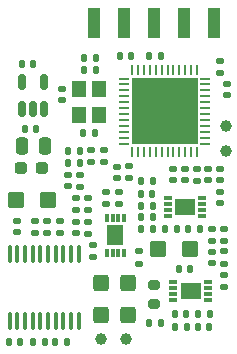
<source format=gbr>
%TF.GenerationSoftware,KiCad,Pcbnew,8.0.0*%
%TF.CreationDate,2024-03-06T14:13:33+03:00*%
%TF.ProjectId,micro17,6d696372-6f31-4372-9e6b-696361645f70,rev?*%
%TF.SameCoordinates,Original*%
%TF.FileFunction,Soldermask,Top*%
%TF.FilePolarity,Negative*%
%FSLAX46Y46*%
G04 Gerber Fmt 4.6, Leading zero omitted, Abs format (unit mm)*
G04 Created by KiCad (PCBNEW 8.0.0) date 2024-03-06 14:13:33*
%MOMM*%
%LPD*%
G01*
G04 APERTURE LIST*
G04 Aperture macros list*
%AMRoundRect*
0 Rectangle with rounded corners*
0 $1 Rounding radius*
0 $2 $3 $4 $5 $6 $7 $8 $9 X,Y pos of 4 corners*
0 Add a 4 corners polygon primitive as box body*
4,1,4,$2,$3,$4,$5,$6,$7,$8,$9,$2,$3,0*
0 Add four circle primitives for the rounded corners*
1,1,$1+$1,$2,$3*
1,1,$1+$1,$4,$5*
1,1,$1+$1,$6,$7*
1,1,$1+$1,$8,$9*
0 Add four rect primitives between the rounded corners*
20,1,$1+$1,$2,$3,$4,$5,0*
20,1,$1+$1,$4,$5,$6,$7,0*
20,1,$1+$1,$6,$7,$8,$9,0*
20,1,$1+$1,$8,$9,$2,$3,0*%
G04 Aperture macros list end*
%ADD10RoundRect,0.135000X-0.185000X0.135000X-0.185000X-0.135000X0.185000X-0.135000X0.185000X0.135000X0*%
%ADD11RoundRect,0.140000X-0.140000X-0.170000X0.140000X-0.170000X0.140000X0.170000X-0.140000X0.170000X0*%
%ADD12RoundRect,0.140000X0.140000X0.170000X-0.140000X0.170000X-0.140000X-0.170000X0.140000X-0.170000X0*%
%ADD13RoundRect,0.135000X-0.135000X-0.185000X0.135000X-0.185000X0.135000X0.185000X-0.135000X0.185000X0*%
%ADD14RoundRect,0.250000X-0.450000X-0.425000X0.450000X-0.425000X0.450000X0.425000X-0.450000X0.425000X0*%
%ADD15RoundRect,0.140000X0.170000X-0.140000X0.170000X0.140000X-0.170000X0.140000X-0.170000X-0.140000X0*%
%ADD16RoundRect,0.150000X0.150000X-0.512500X0.150000X0.512500X-0.150000X0.512500X-0.150000X-0.512500X0*%
%ADD17RoundRect,0.135000X0.185000X-0.135000X0.185000X0.135000X-0.185000X0.135000X-0.185000X-0.135000X0*%
%ADD18RoundRect,0.135000X0.135000X0.185000X-0.135000X0.185000X-0.135000X-0.185000X0.135000X-0.185000X0*%
%ADD19RoundRect,0.140000X-0.170000X0.140000X-0.170000X-0.140000X0.170000X-0.140000X0.170000X0.140000X0*%
%ADD20RoundRect,0.250000X-0.425000X0.450000X-0.425000X-0.450000X0.425000X-0.450000X0.425000X0.450000X0*%
%ADD21C,1.000000*%
%ADD22RoundRect,0.200000X0.275000X-0.200000X0.275000X0.200000X-0.275000X0.200000X-0.275000X-0.200000X0*%
%ADD23RoundRect,0.250000X0.450000X0.425000X-0.450000X0.425000X-0.450000X-0.425000X0.450000X-0.425000X0*%
%ADD24R,0.750000X0.300000*%
%ADD25R,1.750000X1.450000*%
%ADD26R,1.000000X2.500000*%
%ADD27RoundRect,0.100000X-0.100000X0.637500X-0.100000X-0.637500X0.100000X-0.637500X0.100000X0.637500X0*%
%ADD28R,0.300000X0.750000*%
%ADD29R,1.450000X1.750000*%
%ADD30RoundRect,0.250000X-0.250000X-0.475000X0.250000X-0.475000X0.250000X0.475000X-0.250000X0.475000X0*%
%ADD31RoundRect,0.062500X-0.375000X-0.062500X0.375000X-0.062500X0.375000X0.062500X-0.375000X0.062500X0*%
%ADD32RoundRect,0.062500X-0.062500X-0.375000X0.062500X-0.375000X0.062500X0.375000X-0.062500X0.375000X0*%
%ADD33R,5.600000X5.600000*%
%ADD34RoundRect,0.237500X-0.287500X-0.237500X0.287500X-0.237500X0.287500X0.237500X-0.287500X0.237500X0*%
%ADD35R,1.200000X1.400000*%
G04 APERTURE END LIST*
D10*
%TO.C,R13*%
X187600000Y-68865000D03*
X187600000Y-69885000D03*
%TD*%
D11*
%TO.C,C19*%
X192107500Y-66500000D03*
X193067500Y-66500000D03*
%TD*%
D12*
%TO.C,C31*%
X193750000Y-77421250D03*
X192790000Y-77421250D03*
%TD*%
D13*
%TO.C,R29*%
X187290000Y-55000000D03*
X188310000Y-55000000D03*
%TD*%
D14*
%TO.C,C28*%
X193550000Y-71200000D03*
X196250000Y-71200000D03*
%TD*%
D15*
%TO.C,C20*%
X199100000Y-70480000D03*
X199100000Y-69520000D03*
%TD*%
D10*
%TO.C,R1*%
X187900000Y-62790000D03*
X187900000Y-63810000D03*
%TD*%
D13*
%TO.C,R10*%
X192077500Y-67500000D03*
X193097500Y-67500000D03*
%TD*%
D16*
%TO.C,U2*%
X182000000Y-59337500D03*
X182950000Y-59337500D03*
X183900000Y-59337500D03*
X183900000Y-57062500D03*
X182000000Y-57062500D03*
%TD*%
D17*
%TO.C,R5*%
X196805000Y-65390000D03*
X196805000Y-64370000D03*
%TD*%
D10*
%TO.C,R27*%
X186900000Y-64890000D03*
X186900000Y-65910000D03*
%TD*%
D13*
%TO.C,R20*%
X192090000Y-69500000D03*
X193110000Y-69500000D03*
%TD*%
D18*
%TO.C,R16*%
X183935000Y-79037500D03*
X182915000Y-79037500D03*
%TD*%
D17*
%TO.C,R9*%
X199100000Y-72410000D03*
X199100000Y-71390000D03*
%TD*%
D13*
%TO.C,R4*%
X187290000Y-56000000D03*
X188310000Y-56000000D03*
%TD*%
D12*
%TO.C,C17*%
X193080000Y-68500000D03*
X192120000Y-68500000D03*
%TD*%
D19*
%TO.C,C7*%
X197807500Y-64400000D03*
X197807500Y-65360000D03*
%TD*%
D20*
%TO.C,C34*%
X191000000Y-74050000D03*
X191000000Y-76750000D03*
%TD*%
D11*
%TO.C,C13*%
X182280000Y-61000000D03*
X183240000Y-61000000D03*
%TD*%
D13*
%TO.C,R21*%
X194090000Y-69500000D03*
X195110000Y-69500000D03*
%TD*%
D21*
%TO.C,TP2*%
X190800000Y-78800000D03*
%TD*%
D15*
%TO.C,C24*%
X186600000Y-69845000D03*
X186600000Y-68885000D03*
%TD*%
D22*
%TO.C,R24*%
X193200000Y-75846250D03*
X193200000Y-74196250D03*
%TD*%
D19*
%TO.C,C12*%
X185900000Y-64920000D03*
X185900000Y-65880000D03*
%TD*%
D10*
%TO.C,R14*%
X188000000Y-70865000D03*
X188000000Y-71885000D03*
%TD*%
D13*
%TO.C,R8*%
X192090000Y-65400000D03*
X193110000Y-65400000D03*
%TD*%
D18*
%TO.C,R3*%
X193810000Y-54800000D03*
X192790000Y-54800000D03*
%TD*%
D17*
%TO.C,R11*%
X198100000Y-70510000D03*
X198100000Y-69490000D03*
%TD*%
D23*
%TO.C,C26*%
X184250000Y-67000000D03*
X181550000Y-67000000D03*
%TD*%
D20*
%TO.C,C27*%
X188700000Y-74050000D03*
X188700000Y-76750000D03*
%TD*%
D11*
%TO.C,C32*%
X195320000Y-72900000D03*
X196280000Y-72900000D03*
%TD*%
D15*
%TO.C,C23*%
X181600000Y-69780000D03*
X181600000Y-68820000D03*
%TD*%
%TO.C,C30*%
X198800000Y-67280000D03*
X198800000Y-66320000D03*
%TD*%
D17*
%TO.C,R17*%
X191900000Y-72410000D03*
X191900000Y-71390000D03*
%TD*%
D24*
%TO.C,U6*%
X194400000Y-66850000D03*
X194400000Y-67350000D03*
X194400000Y-67850000D03*
X194400000Y-68350000D03*
X197300000Y-68350000D03*
X197300000Y-67850000D03*
X197300000Y-67350000D03*
X197300000Y-66850000D03*
D25*
X195850000Y-67600000D03*
%TD*%
D18*
%TO.C,R22*%
X197910000Y-76712500D03*
X196890000Y-76712500D03*
%TD*%
D26*
%TO.C,J1*%
X188120000Y-52072500D03*
X190660000Y-52072500D03*
X193200000Y-52072500D03*
X195740000Y-52072500D03*
X198280000Y-52072500D03*
%TD*%
D15*
%TO.C,C3*%
X198800000Y-56242500D03*
X198800000Y-55282500D03*
%TD*%
D11*
%TO.C,C29*%
X196920000Y-77812500D03*
X197880000Y-77812500D03*
%TD*%
D12*
%TO.C,C2*%
X188180000Y-61400000D03*
X187220000Y-61400000D03*
%TD*%
D27*
%TO.C,U5*%
X186825000Y-71575000D03*
X186175000Y-71575000D03*
X185525000Y-71575000D03*
X184875000Y-71575000D03*
X184225000Y-71575000D03*
X183575000Y-71575000D03*
X182925000Y-71575000D03*
X182275000Y-71575000D03*
X181625000Y-71575000D03*
X180975000Y-71575000D03*
X180975000Y-77300000D03*
X181625000Y-77300000D03*
X182275000Y-77300000D03*
X182925000Y-77300000D03*
X183575000Y-77300000D03*
X184225000Y-77300000D03*
X184875000Y-77300000D03*
X185525000Y-77300000D03*
X186175000Y-77300000D03*
X186825000Y-77300000D03*
%TD*%
D28*
%TO.C,U4*%
X189187500Y-71487500D03*
X189687500Y-71487500D03*
X190187500Y-71487500D03*
X190687500Y-71487500D03*
X190687500Y-68587500D03*
X190187500Y-68587500D03*
X189687500Y-68587500D03*
X189187500Y-68587500D03*
D29*
X189937500Y-70037500D03*
%TD*%
D19*
%TO.C,C6*%
X199400000Y-57182500D03*
X199400000Y-58142500D03*
%TD*%
D24*
%TO.C,U7*%
X197750000Y-75500000D03*
X197750000Y-75000000D03*
X197750000Y-74500000D03*
X197750000Y-74000000D03*
X194850000Y-74000000D03*
X194850000Y-74500000D03*
X194850000Y-75000000D03*
X194850000Y-75500000D03*
D25*
X196300000Y-74750000D03*
%TD*%
D30*
%TO.C,C10*%
X182050000Y-62500000D03*
X183950000Y-62500000D03*
%TD*%
D18*
%TO.C,R28*%
X186910000Y-62900000D03*
X185890000Y-62900000D03*
%TD*%
D12*
%TO.C,C18*%
X197080000Y-69500000D03*
X196120000Y-69500000D03*
%TD*%
D18*
%TO.C,R26*%
X186910000Y-63906666D03*
X185890000Y-63906666D03*
%TD*%
D31*
%TO.C,U1*%
X190662500Y-56750000D03*
X190662500Y-57250000D03*
X190662500Y-57750000D03*
X190662500Y-58250000D03*
X190662500Y-58750000D03*
X190662500Y-59250000D03*
X190662500Y-59750000D03*
X190662500Y-60250000D03*
X190662500Y-60750000D03*
X190662500Y-61250000D03*
X190662500Y-61750000D03*
X190662500Y-62250000D03*
D32*
X191350000Y-62937500D03*
X191850000Y-62937500D03*
X192350000Y-62937500D03*
X192850000Y-62937500D03*
X193350000Y-62937500D03*
X193850000Y-62937500D03*
X194350000Y-62937500D03*
X194850000Y-62937500D03*
X195350000Y-62937500D03*
X195850000Y-62937500D03*
X196350000Y-62937500D03*
X196850000Y-62937500D03*
D31*
X197537500Y-62250000D03*
X197537500Y-61750000D03*
X197537500Y-61250000D03*
X197537500Y-60750000D03*
X197537500Y-60250000D03*
X197537500Y-59750000D03*
X197537500Y-59250000D03*
X197537500Y-58750000D03*
X197537500Y-58250000D03*
X197537500Y-57750000D03*
X197537500Y-57250000D03*
X197537500Y-56750000D03*
D32*
X196850000Y-56062500D03*
X196350000Y-56062500D03*
X195850000Y-56062500D03*
X195350000Y-56062500D03*
X194850000Y-56062500D03*
X194350000Y-56062500D03*
X193850000Y-56062500D03*
X193350000Y-56062500D03*
X192850000Y-56062500D03*
X192350000Y-56062500D03*
X191850000Y-56062500D03*
X191350000Y-56062500D03*
D33*
X194100000Y-59500000D03*
%TD*%
D18*
%TO.C,R23*%
X195960000Y-77812500D03*
X194940000Y-77812500D03*
%TD*%
D19*
%TO.C,C8*%
X194810000Y-64400000D03*
X194810000Y-65360000D03*
%TD*%
D15*
%TO.C,C16*%
X190200000Y-67355000D03*
X190200000Y-66395000D03*
%TD*%
D19*
%TO.C,C21*%
X186600000Y-66885000D03*
X186600000Y-67845000D03*
%TD*%
D15*
%TO.C,C9*%
X195802500Y-65360000D03*
X195802500Y-64400000D03*
%TD*%
%TO.C,C14*%
X190100000Y-65180000D03*
X190100000Y-64220000D03*
%TD*%
D12*
%TO.C,C22*%
X181880000Y-79037500D03*
X180920000Y-79037500D03*
%TD*%
D10*
%TO.C,R12*%
X187600000Y-66865000D03*
X187600000Y-67885000D03*
%TD*%
D34*
%TO.C,FB1*%
X181925000Y-64300000D03*
X183675000Y-64300000D03*
%TD*%
D15*
%TO.C,C35*%
X189100000Y-67355000D03*
X189100000Y-66395000D03*
%TD*%
D21*
%TO.C,TP14*%
X199300000Y-62900000D03*
%TD*%
D12*
%TO.C,C4*%
X191280000Y-54800000D03*
X190320000Y-54800000D03*
%TD*%
D35*
%TO.C,Y1*%
X186850000Y-57650000D03*
X186850000Y-59850000D03*
X188550000Y-59850000D03*
X188550000Y-57650000D03*
%TD*%
D17*
%TO.C,R15*%
X185200000Y-69847500D03*
X185200000Y-68827500D03*
%TD*%
D21*
%TO.C,TP12*%
X199300000Y-60800000D03*
%TD*%
%TO.C,TP1*%
X188700000Y-78800000D03*
%TD*%
D10*
%TO.C,R19*%
X183125000Y-68827500D03*
X183125000Y-69847500D03*
%TD*%
%TO.C,R18*%
X184125000Y-68827500D03*
X184125000Y-69847500D03*
%TD*%
D19*
%TO.C,C5*%
X198800000Y-64400000D03*
X198800000Y-65360000D03*
%TD*%
%TO.C,C1*%
X185400000Y-57620000D03*
X185400000Y-58580000D03*
%TD*%
D17*
%TO.C,R2*%
X189000000Y-63810000D03*
X189000000Y-62790000D03*
%TD*%
D11*
%TO.C,C11*%
X182000000Y-55500000D03*
X182960000Y-55500000D03*
%TD*%
%TO.C,C33*%
X194970000Y-76712500D03*
X195930000Y-76712500D03*
%TD*%
D10*
%TO.C,R6*%
X191100000Y-64190000D03*
X191100000Y-65210000D03*
%TD*%
D15*
%TO.C,C15*%
X198100000Y-72380000D03*
X198100000Y-71420000D03*
%TD*%
D17*
%TO.C,R7*%
X199150000Y-74410000D03*
X199150000Y-73390000D03*
%TD*%
D11*
%TO.C,C25*%
X184845000Y-79037500D03*
X185805000Y-79037500D03*
%TD*%
M02*

</source>
